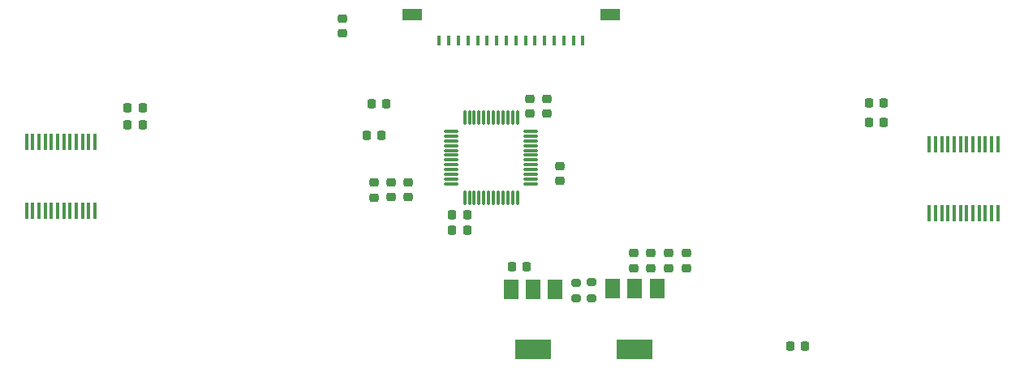
<source format=gbp>
G04 #@! TF.GenerationSoftware,KiCad,Pcbnew,7.0.1*
G04 #@! TF.CreationDate,2023-11-28T21:34:11+01:00*
G04 #@! TF.ProjectId,Gruzik2.0,4772757a-696b-4322-9e30-2e6b69636164,rev?*
G04 #@! TF.SameCoordinates,Original*
G04 #@! TF.FileFunction,Paste,Bot*
G04 #@! TF.FilePolarity,Positive*
%FSLAX46Y46*%
G04 Gerber Fmt 4.6, Leading zero omitted, Abs format (unit mm)*
G04 Created by KiCad (PCBNEW 7.0.1) date 2023-11-28 21:34:11*
%MOMM*%
%LPD*%
G01*
G04 APERTURE LIST*
G04 Aperture macros list*
%AMRoundRect*
0 Rectangle with rounded corners*
0 $1 Rounding radius*
0 $2 $3 $4 $5 $6 $7 $8 $9 X,Y pos of 4 corners*
0 Add a 4 corners polygon primitive as box body*
4,1,4,$2,$3,$4,$5,$6,$7,$8,$9,$2,$3,0*
0 Add four circle primitives for the rounded corners*
1,1,$1+$1,$2,$3*
1,1,$1+$1,$4,$5*
1,1,$1+$1,$6,$7*
1,1,$1+$1,$8,$9*
0 Add four rect primitives between the rounded corners*
20,1,$1+$1,$2,$3,$4,$5,0*
20,1,$1+$1,$4,$5,$6,$7,0*
20,1,$1+$1,$6,$7,$8,$9,0*
20,1,$1+$1,$8,$9,$2,$3,0*%
G04 Aperture macros list end*
%ADD10R,1.500000X2.000000*%
%ADD11R,3.800000X2.000000*%
%ADD12RoundRect,0.225000X0.250000X-0.225000X0.250000X0.225000X-0.250000X0.225000X-0.250000X-0.225000X0*%
%ADD13RoundRect,0.225000X0.225000X0.250000X-0.225000X0.250000X-0.225000X-0.250000X0.225000X-0.250000X0*%
%ADD14R,0.450000X1.750000*%
%ADD15RoundRect,0.225000X-0.225000X-0.250000X0.225000X-0.250000X0.225000X0.250000X-0.225000X0.250000X0*%
%ADD16RoundRect,0.200000X-0.275000X0.200000X-0.275000X-0.200000X0.275000X-0.200000X0.275000X0.200000X0*%
%ADD17RoundRect,0.218750X-0.256250X0.218750X-0.256250X-0.218750X0.256250X-0.218750X0.256250X0.218750X0*%
%ADD18RoundRect,0.075000X-0.662500X-0.075000X0.662500X-0.075000X0.662500X0.075000X-0.662500X0.075000X0*%
%ADD19RoundRect,0.075000X-0.075000X-0.662500X0.075000X-0.662500X0.075000X0.662500X-0.075000X0.662500X0*%
%ADD20R,0.400000X1.000000*%
%ADD21R,2.000000X1.300000*%
G04 APERTURE END LIST*
D10*
X110984000Y-164744000D03*
X113284000Y-164744000D03*
D11*
X113284000Y-171044000D03*
D10*
X115584000Y-164744000D03*
D12*
X105460800Y-153479800D03*
X105460800Y-151929800D03*
D10*
X100366800Y-164794400D03*
X102666800Y-164794400D03*
D11*
X102666800Y-171094400D03*
D10*
X104966800Y-164794400D03*
D13*
X87376000Y-145389600D03*
X85826000Y-145389600D03*
D14*
X151142000Y-156806000D03*
X150492000Y-156806000D03*
X149842000Y-156806000D03*
X149192000Y-156806000D03*
X148542000Y-156806000D03*
X147892000Y-156806000D03*
X147242000Y-156806000D03*
X146592000Y-156806000D03*
X145942000Y-156806000D03*
X145292000Y-156806000D03*
X144642000Y-156806000D03*
X143992000Y-156806000D03*
X143992000Y-149606000D03*
X144642000Y-149606000D03*
X145292000Y-149606000D03*
X145942000Y-149606000D03*
X146592000Y-149606000D03*
X147242000Y-149606000D03*
X147892000Y-149606000D03*
X148542000Y-149606000D03*
X149192000Y-149606000D03*
X149842000Y-149606000D03*
X150492000Y-149606000D03*
X151142000Y-149606000D03*
D12*
X113182400Y-162573000D03*
X113182400Y-161023000D03*
D15*
X94221000Y-157022800D03*
X95771000Y-157022800D03*
X60362476Y-145860000D03*
X61912476Y-145860000D03*
D16*
X107188000Y-164110400D03*
X107188000Y-165760400D03*
D12*
X82753200Y-138049600D03*
X82753200Y-136499600D03*
X102285800Y-146418600D03*
X102285800Y-144868600D03*
D13*
X86830200Y-148742400D03*
X85280200Y-148742400D03*
D15*
X60362476Y-147638000D03*
X61912476Y-147638000D03*
D17*
X86055200Y-153619200D03*
X86055200Y-155194200D03*
D14*
X56956000Y-156552000D03*
X56306000Y-156552000D03*
X55656000Y-156552000D03*
X55006000Y-156552000D03*
X54356000Y-156552000D03*
X53706000Y-156552000D03*
X53056000Y-156552000D03*
X52406000Y-156552000D03*
X51756000Y-156552000D03*
X51106000Y-156552000D03*
X50456000Y-156552000D03*
X49806000Y-156552000D03*
X49806000Y-149352000D03*
X50456000Y-149352000D03*
X51106000Y-149352000D03*
X51756000Y-149352000D03*
X52406000Y-149352000D03*
X53056000Y-149352000D03*
X53706000Y-149352000D03*
X54356000Y-149352000D03*
X55006000Y-149352000D03*
X55656000Y-149352000D03*
X56306000Y-149352000D03*
X56956000Y-149352000D03*
D12*
X89611200Y-155169200D03*
X89611200Y-153619200D03*
D13*
X101968600Y-162458400D03*
X100418600Y-162458400D03*
D12*
X116840000Y-162573000D03*
X116840000Y-161023000D03*
D16*
X108762800Y-164073800D03*
X108762800Y-165723800D03*
D15*
X94221000Y-158597600D03*
X95771000Y-158597600D03*
D13*
X139261476Y-147320000D03*
X137711476Y-147320000D03*
D12*
X118668800Y-162573000D03*
X118668800Y-161023000D03*
D18*
X94107500Y-153781500D03*
X94107500Y-153281500D03*
X94107500Y-152781500D03*
X94107500Y-152281500D03*
X94107500Y-151781500D03*
X94107500Y-151281500D03*
X94107500Y-150781500D03*
X94107500Y-150281500D03*
X94107500Y-149781500D03*
X94107500Y-149281500D03*
X94107500Y-148781500D03*
X94107500Y-148281500D03*
D19*
X95520000Y-146869000D03*
X96020000Y-146869000D03*
X96520000Y-146869000D03*
X97020000Y-146869000D03*
X97520000Y-146869000D03*
X98020000Y-146869000D03*
X98520000Y-146869000D03*
X99020000Y-146869000D03*
X99520000Y-146869000D03*
X100020000Y-146869000D03*
X100520000Y-146869000D03*
X101020000Y-146869000D03*
D18*
X102432500Y-148281500D03*
X102432500Y-148781500D03*
X102432500Y-149281500D03*
X102432500Y-149781500D03*
X102432500Y-150281500D03*
X102432500Y-150781500D03*
X102432500Y-151281500D03*
X102432500Y-151781500D03*
X102432500Y-152281500D03*
X102432500Y-152781500D03*
X102432500Y-153281500D03*
X102432500Y-153781500D03*
D19*
X101020000Y-155194000D03*
X100520000Y-155194000D03*
X100020000Y-155194000D03*
X99520000Y-155194000D03*
X99020000Y-155194000D03*
X98520000Y-155194000D03*
X98020000Y-155194000D03*
X97520000Y-155194000D03*
X97020000Y-155194000D03*
X96520000Y-155194000D03*
X96020000Y-155194000D03*
X95520000Y-155194000D03*
D13*
X131064000Y-170738800D03*
X129514000Y-170738800D03*
D12*
X87833200Y-155169200D03*
X87833200Y-153619200D03*
D20*
X92867200Y-138836400D03*
X93867200Y-138836400D03*
X94867200Y-138836400D03*
X95867200Y-138836400D03*
X96867200Y-138836400D03*
X97867200Y-138836400D03*
X98867200Y-138836400D03*
X99867200Y-138836400D03*
X100867200Y-138836400D03*
X101867200Y-138836400D03*
X102867200Y-138836400D03*
X103867200Y-138836400D03*
X104867200Y-138836400D03*
X105867200Y-138836400D03*
X106867200Y-138836400D03*
X107867200Y-138836400D03*
D21*
X90067200Y-136136400D03*
X110667200Y-136136400D03*
D13*
X139274476Y-145288000D03*
X137724476Y-145288000D03*
D12*
X114960400Y-162573000D03*
X114960400Y-161023000D03*
X104063800Y-146418600D03*
X104063800Y-144868600D03*
M02*

</source>
